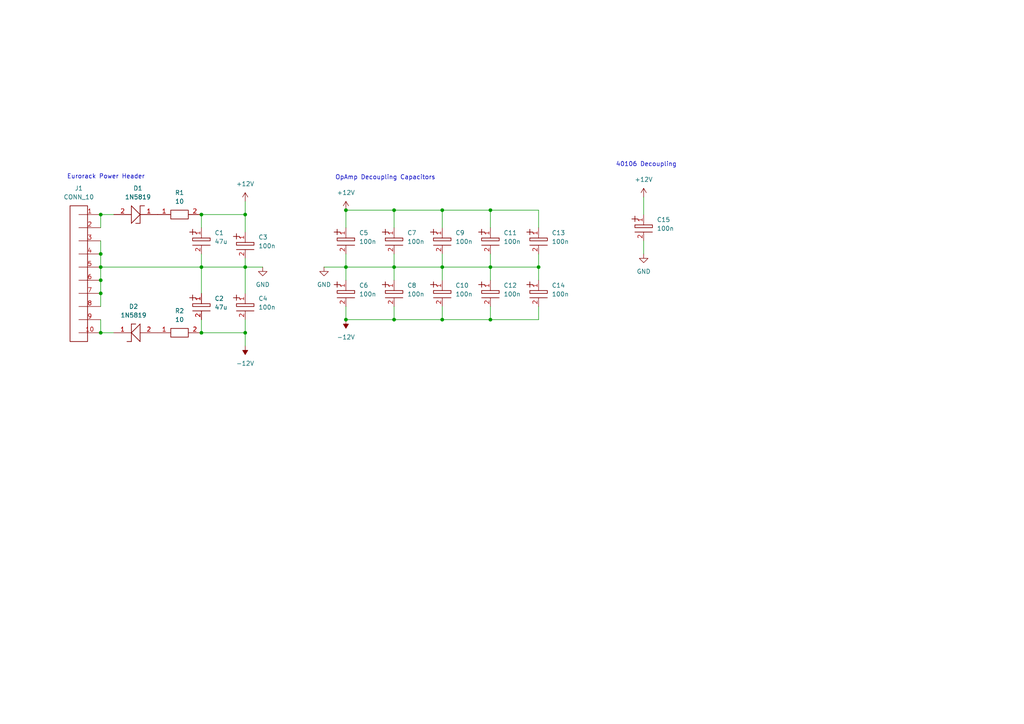
<source format=kicad_sch>
(kicad_sch (version 20250114) (generator "eeschema") (generator_version "9.0")
  (paper "A4")
  (lib_symbols
    (symbol "V_Connector:CONN_10"
      (property "Reference" "J" (at -4.445 24.765 0))
      (property "Value" "CONN_10" (at -4.445 22.225 0))
      (symbol "CONN_10_0_0"
        (rectangle (start -1.27 20.32) (end 3.81 -19.05) (stroke (width 0.2032)))
      )
      (symbol "CONN_10_1_0"
        (pin unspecified line (at -5.08 17.78 0) (length 6.35) (name "~") (number "1"))
        (pin unspecified line (at -5.08 13.97 0) (length 6.35) (name "~") (number "2"))
        (pin unspecified line (at -5.08 10.16 0) (length 6.35) (name "~") (number "3"))
        (pin unspecified line (at -5.08 6.35 0) (length 6.35) (name "~") (number "4"))
        (pin unspecified line (at -5.08 2.54 0) (length 6.35) (name "~") (number "5"))
        (pin unspecified line (at -5.08 -1.27 0) (length 6.35) (name "~") (number "6"))
        (pin unspecified line (at -5.08 -5.08 0) (length 6.35) (name "~") (number "7"))
        (pin unspecified line (at -5.08 -8.89 0) (length 6.35) (name "~") (number "8"))
        (pin unspecified line (at -5.08 -12.7 0) (length 6.35) (name "~") (number "9"))
        (pin unspecified line (at -5.08 -16.51 0) (length 6.35) (name "~") (number "10"))
      )
    )
    (symbol "V_Diode:ZENER"
      (property "Reference" "D" (at -2.54 11.43 0))
      (property "Value" "ZENER" (at -2.54 8.89 0))
      (symbol "ZENER_0_0"
        (polyline (pts (xy -2.54 1.27) (xy -2.54 2.54)) (stroke (width 0.2032)))
        (polyline (pts (xy -2.54 1.27) (xy 2.54 1.27)) (stroke (width 0.2032)))
        (polyline (pts (xy -2.54 -1.27) (xy 2.54 -1.27)) (stroke (width 0.2032)))
        (polyline (pts (xy 0 1.27) (xy -2.54 -1.27)) (stroke (width 0.2032)))
        (polyline (pts (xy 2.54 1.27) (xy 2.54 0)) (stroke (width 0.2032)))
        (polyline (pts (xy 2.54 -1.27) (xy 0 1.27)) (stroke (width 0.2032)))
      )
      (symbol "ZENER_1_0"
        (pin unspecified line (at 0 6.35 270) (length 5.08) (name "~") (number "1"))
        (pin unspecified line (at 0 -6.35 90) (length 5.08) (name "~") (number "2"))
      )
    )
    (symbol "V_Passive:C-ELECTRO_RA1_2"
      (property "Reference" "C" (at -3.175 8.89 0))
      (property "Value" "C-ELECTRO_RA1_2" (at -3.175 6.35 0))
      (symbol "C-ELECTRO_RA1_2_0_0"
        (polyline (pts (xy -3.81 1.27) (xy 1.27 1.27)) (stroke (width 0.2032)))
        (polyline (pts (xy 1.27 -0.8128) (xy -3.81 -0.8128) (xy -3.81 0) (xy 1.27 0) (xy 1.27 -0.8128)) (stroke (width 0.2032)))
        (polyline (pts (xy 1.27 -1.778) (xy 1.27 -3.3528)) (stroke (width 0.2032)))
        (polyline (pts (xy 2.159 -2.54) (xy 0.3302 -2.54)) (stroke (width 0.2032)))
      )
      (symbol "C-ELECTRO_RA1_2_1_0"
        (pin unspecified line (at -1.27 3.81 270) (length 2.54) (name "~") (number "2"))
        (pin unspecified line (at -1.27 -3.81 90) (length 3.048) (name "~") (number "1"))
      )
    )
    (symbol "V_Passive:C-ELECTRO_RA1_3"
      (property "Reference" "C" (at -3.175 8.89 0))
      (property "Value" "C-ELECTRO_RA1_3" (at -3.175 6.35 0))
      (symbol "C-ELECTRO_RA1_3_0_0"
        (polyline (pts (xy -3.81 1.27) (xy 1.27 1.27)) (stroke (width 0.2032)))
        (polyline (pts (xy 1.27 -0.8128) (xy -3.81 -0.8128) (xy -3.81 0) (xy 1.27 0) (xy 1.27 -0.8128)) (stroke (width 0.2032)))
        (polyline (pts (xy 1.27 -1.778) (xy 1.27 -3.3528)) (stroke (width 0.2032)))
        (polyline (pts (xy 2.159 -2.54) (xy 0.3302 -2.54)) (stroke (width 0.2032)))
      )
      (symbol "C-ELECTRO_RA1_3_1_0"
        (pin unspecified line (at -1.27 3.81 270) (length 2.54) (name "~") (number "2"))
        (pin unspecified line (at -1.27 -3.81 90) (length 3.048) (name "~") (number "1"))
      )
    )
    (symbol "V_Passive:R"
      (property "Reference" "R" (at -1.27 11.43 0))
      (property "Value" "R" (at -1.27 8.89 0))
      (symbol "R_0_0"
        (rectangle (start -1.27 2.54) (end 1.27 -2.54) (stroke (width 0.2032)))
      )
      (symbol "R_1_0"
        (pin unspecified line (at 0 6.35 270) (length 3.81) (name "~") (number "1"))
        (pin unspecified line (at 0 -6.35 90) (length 3.81) (name "~") (number "2"))
      )
    )
    (symbol "power:+15V" (power) (pin_numbers (hide yes)) (pin_names (offset 0) (hide yes))
      (property "Value" "+15V" (at 0 3.556 0))
      (symbol "+15V_0_1"
        (polyline (pts (xy -0.762 1.27) (xy 0 2.54)))
        (polyline (pts (xy 0 2.54) (xy 0.762 1.27)))
        (polyline (pts (xy 0 0) (xy 0 2.54)))
      )
      (symbol "+15V_1_1"
        (pin power_in line (at 0 0 90) (length 0) (name "~") (number "1"))
      )
    )
    (symbol "power:-15V" (power) (pin_numbers (hide yes)) (pin_names (offset 0) (hide yes))
      (property "Value" "-15V" (at 0 3.556 0))
      (symbol "-15V_0_0"
        (pin power_in line (at 0 0 90) (length 0) (name "~") (number "1"))
      )
      (symbol "-15V_0_1"
        (polyline (pts (xy 0 0) (xy 0 1.27) (xy 0.762 1.27) (xy 0 2.54) (xy -0.762 1.27) (xy 0 1.27)) (fill (type outline)))
      )
    )
    (symbol "power:GND" (power) (pin_numbers (hide yes)) (pin_names (offset 0) (hide yes))
      (property "Value" "GND" (at 0 -3.81 0))
      (symbol "GND_0_1"
        (polyline (pts (xy 0 0) (xy 0 -1.27) (xy 1.27 -1.27) (xy 0 -2.54) (xy -1.27 -1.27) (xy 0 -1.27)))
      )
      (symbol "GND_1_1"
        (pin power_in line (at 0 0 270) (length 0) (name "~") (number "1"))
      )
    )
  )
  (text "OpAmp Decoupling Capacitors\n" (at 111.76 51.562 0) (effects (font (size 1.27 1.27))))
  (text "40106 Decoupling" (at 187.452 47.752 0) (effects (font (size 1.27 1.27))))
  (text "Eurorack Power Header" (at 30.734 51.308 0) (effects (font (size 1.27 1.27))))
  (junction (at 58.42 62.23))
  (junction (at 29.21 85.09))
  (junction (at 58.42 96.52))
  (junction (at 29.21 73.66))
  (junction (at 128.27 92.71))
  (junction (at 71.12 62.23))
  (junction (at 100.33 92.71))
  (junction (at 142.24 60.96))
  (junction (at 142.24 77.47))
  (junction (at 29.21 96.52))
  (junction (at 71.12 96.52))
  (junction (at 114.3 77.47))
  (junction (at 128.27 77.47))
  (junction (at 29.21 62.23))
  (junction (at 100.33 60.96))
  (junction (at 114.3 92.71))
  (junction (at 128.27 60.96))
  (junction (at 58.42 77.47))
  (junction (at 71.12 77.47))
  (junction (at 142.24 92.71))
  (junction (at 114.3 60.96))
  (junction (at 100.33 77.47))
  (junction (at 156.21 77.47))
  (junction (at 29.21 77.47))
  (junction (at 29.21 81.28))
  (wire (pts (xy 142.24 92.71) (xy 156.21 92.71)))
  (wire (pts (xy 71.12 96.52) (xy 71.12 100.33)))
  (wire (pts (xy 71.12 62.23) (xy 71.12 67.31)))
  (wire (pts (xy 58.42 73.66) (xy 58.42 77.47)))
  (wire (pts (xy 142.24 88.9) (xy 142.24 92.71)))
  (wire (pts (xy 156.21 77.47) (xy 156.21 81.28)))
  (wire (pts (xy 29.21 77.47) (xy 29.21 81.28)))
  (wire (pts (xy 29.21 69.85) (xy 29.21 73.66)))
  (wire (pts (xy 156.21 60.96) (xy 142.24 60.96)))
  (wire (pts (xy 100.33 77.47) (xy 100.33 81.28)))
  (wire (pts (xy 128.27 73.66) (xy 128.27 77.47)))
  (wire (pts (xy 114.3 88.9) (xy 114.3 92.71)))
  (wire (pts (xy 100.33 73.66) (xy 100.33 77.47)))
  (wire (pts (xy 128.27 77.47) (xy 128.27 81.28)))
  (wire (pts (xy 71.12 96.52) (xy 71.12 92.71)))
  (wire (pts (xy 114.3 92.71) (xy 100.33 92.71)))
  (wire (pts (xy 128.27 77.47) (xy 142.24 77.47)))
  (wire (pts (xy 100.33 77.47) (xy 114.3 77.47)))
  (wire (pts (xy 142.24 60.96) (xy 142.24 66.04)))
  (wire (pts (xy 29.21 73.66) (xy 29.21 77.47)))
  (wire (pts (xy 71.12 58.42) (xy 71.12 62.23)))
  (wire (pts (xy 29.21 85.09) (xy 29.21 88.9)))
  (wire (pts (xy 128.27 60.96) (xy 128.27 66.04)))
  (wire (pts (xy 58.42 62.23) (xy 71.12 62.23)))
  (wire (pts (xy 58.42 92.71) (xy 58.42 96.52)))
  (wire (pts (xy 100.33 60.96) (xy 114.3 60.96)))
  (wire (pts (xy 156.21 73.66) (xy 156.21 77.47)))
  (wire (pts (xy 114.3 77.47) (xy 128.27 77.47)))
  (wire (pts (xy 142.24 77.47) (xy 142.24 81.28)))
  (wire (pts (xy 71.12 77.47) (xy 71.12 74.93)))
  (wire (pts (xy 186.69 69.85) (xy 186.69 73.66)))
  (wire (pts (xy 100.33 88.9) (xy 100.33 92.71)))
  (wire (pts (xy 128.27 88.9) (xy 128.27 92.71)))
  (wire (pts (xy 100.33 60.96) (xy 100.33 66.04)))
  (wire (pts (xy 186.69 57.15) (xy 186.69 62.23)))
  (wire (pts (xy 128.27 92.71) (xy 142.24 92.71)))
  (wire (pts (xy 71.12 77.47) (xy 76.2 77.47)))
  (wire (pts (xy 114.3 60.96) (xy 114.3 66.04)))
  (wire (pts (xy 29.21 62.23) (xy 29.21 66.04)))
  (wire (pts (xy 29.21 96.52) (xy 33.02 96.52)))
  (wire (pts (xy 58.42 77.47) (xy 58.42 85.09)))
  (wire (pts (xy 93.98 77.47) (xy 100.33 77.47)))
  (wire (pts (xy 114.3 92.71) (xy 128.27 92.71)))
  (wire (pts (xy 29.21 62.23) (xy 33.02 62.23)))
  (wire (pts (xy 142.24 73.66) (xy 142.24 77.47)))
  (wire (pts (xy 114.3 73.66) (xy 114.3 77.47)))
  (wire (pts (xy 58.42 96.52) (xy 71.12 96.52)))
  (wire (pts (xy 156.21 66.04) (xy 156.21 60.96)))
  (wire (pts (xy 58.42 77.47) (xy 71.12 77.47)))
  (wire (pts (xy 142.24 77.47) (xy 156.21 77.47)))
  (wire (pts (xy 29.21 77.47) (xy 58.42 77.47)))
  (wire (pts (xy 156.21 88.9) (xy 156.21 92.71)))
  (wire (pts (xy 29.21 81.28) (xy 29.21 85.09)))
  (wire (pts (xy 114.3 77.47) (xy 114.3 81.28)))
  (wire (pts (xy 29.21 92.71) (xy 29.21 96.52)))
  (wire (pts (xy 114.3 60.96) (xy 128.27 60.96)))
  (wire (pts (xy 58.42 62.23) (xy 58.42 66.04)))
  (wire (pts (xy 71.12 77.47) (xy 71.12 85.09)))
  (wire (pts (xy 128.27 60.96) (xy 142.24 60.96)))
  (symbol (lib_id "power:+15V") (at 186.69 57.15 0) (unit 1)
    (property "Reference" "#PWR019" (effects (hide yes)))
    (property "Value" "+12V" (at 186.69 52.07 0))
    (property "Description" "Power symbol creates a global label with name \"+15V\"" (effects (hide yes)))
  )
  (symbol (lib_id "power:GND") (at 93.98 77.47 0) (unit 1)
    (property "Reference" "#PWR06" (effects (hide yes)))
    (property "Value" "GND" (at 93.98 82.55 0))
    (property "Description" "Power symbol creates a global label with name \"GND\" , ground" (effects (hide yes)))
  )
  (symbol (lib_id "V_Passive:C-ELECTRO_RA1_2") (at 140.97 85.09 180) (unit 1)
    (property "Reference" "C12" (at 146.05 82.7785 0) (effects (justify right)))
    (property "Value" "100n" (at 146.05 85.3185 0) (effects (justify right)))
    (property "Footprint" "RA1_2" (effects (hide yes)))
  )
  (symbol (lib_id "V_Passive:C-ELECTRO_RA1_2") (at 154.94 85.09 180) (unit 1)
    (property "Reference" "C14" (at 160.02 82.7785 0) (effects (justify right)))
    (property "Value" "100n" (at 160.02 85.3185 0) (effects (justify right)))
    (property "Footprint" "RA1_2" (effects (hide yes)))
  )
  (symbol (lib_id "power:GND") (at 186.69 73.66 0) (unit 1)
    (property "Reference" "#PWR020" (effects (hide yes)))
    (property "Value" "GND" (at 186.69 78.74 0))
    (property "Description" "Power symbol creates a global label with name \"GND\" , ground" (effects (hide yes)))
  )
  (symbol (lib_id "V_Passive:C-ELECTRO_RA1_2") (at 69.85 71.12 180) (unit 1)
    (property "Reference" "C3" (at 74.93 68.8085 0) (effects (justify right)))
    (property "Value" "100n" (at 74.93 71.3485 0) (effects (justify right)))
    (property "Footprint" "RA1_2" (effects (hide yes)))
  )
  (symbol (lib_id "power:+15V") (at 71.12 58.42 0) (unit 1)
    (property "Reference" "#PWR01" (effects (hide yes)))
    (property "Value" "+12V" (at 71.12 53.34 0))
    (property "Description" "Power symbol creates a global label with name \"+15V\"" (effects (hide yes)))
  )
  (symbol (lib_id "V_Passive:C-ELECTRO_RA1_2") (at 99.06 69.85 180) (unit 1)
    (property "Reference" "C5" (at 104.14 67.5385 0) (effects (justify right)))
    (property "Value" "100n" (at 104.14 70.0785 0) (effects (justify right)))
    (property "Footprint" "RA1_2" (effects (hide yes)))
  )
  (symbol (lib_id "V_Passive:C-ELECTRO_RA1_2") (at 154.94 69.85 180) (unit 1)
    (property "Reference" "C13" (at 160.02 67.5385 0) (effects (justify right)))
    (property "Value" "100n" (at 160.02 70.0785 0) (effects (justify right)))
    (property "Footprint" "RA1_2" (effects (hide yes)))
  )
  (symbol (lib_id "V_Passive:R") (at 52.07 62.23 90) (unit 1)
    (property "Reference" "R1" (at 52.07 55.88 90))
    (property "Value" "10" (at 52.07 58.42 90))
    (property "Footprint" "AX3_1" (effects (hide yes)))
  )
  (symbol (lib_id "power:-15V") (at 71.12 100.33 180) (unit 1)
    (property "Reference" "#PWR03" (effects (hide yes)))
    (property "Value" "-12V" (at 71.12 105.41 0))
    (property "Description" "Power symbol creates a global label with name \"-15V\"" (effects (hide yes)))
  )
  (symbol (lib_id "V_Diode:ZENER") (at 39.37 62.23 270) (unit 1)
    (property "Reference" "D1" (at 40.005 54.61 90))
    (property "Value" "1N5819" (at 40.005 57.15 90))
    (property "Footprint" "AX3_1" (effects (hide yes)))
  )
  (symbol (lib_id "V_Passive:C-ELECTRO_RA1_2") (at 69.85 88.9 180) (unit 1)
    (property "Reference" "C4" (at 74.93 86.5885 0) (effects (justify right)))
    (property "Value" "100n" (at 74.93 89.1285 0) (effects (justify right)))
    (property "Footprint" "RA1_2" (effects (hide yes)))
  )
  (symbol (lib_id "power:+15V") (at 100.33 60.96 0) (unit 1)
    (property "Reference" "#PWR04" (effects (hide yes)))
    (property "Value" "+12V" (at 100.33 55.88 0))
    (property "Description" "Power symbol creates a global label with name \"+15V\"" (effects (hide yes)))
  )
  (symbol (lib_id "V_Passive:C-ELECTRO_RA1_3") (at 57.15 69.85 180) (unit 1)
    (property "Reference" "C1" (at 62.23 67.5385 0) (effects (justify right)))
    (property "Value" "47u" (at 62.23 70.0785 0) (effects (justify right)))
    (property "Footprint" "RA1_3" (effects (hide yes)))
  )
  (symbol (lib_id "V_Passive:C-ELECTRO_RA1_2") (at 99.06 85.09 180) (unit 1)
    (property "Reference" "C6" (at 104.14 82.7785 0) (effects (justify right)))
    (property "Value" "100n" (at 104.14 85.3185 0) (effects (justify right)))
    (property "Footprint" "RA1_2" (effects (hide yes)))
  )
  (symbol (lib_id "V_Passive:C-ELECTRO_RA1_2") (at 185.42 66.04 180) (unit 1)
    (property "Reference" "C15" (at 190.5 63.7285 0) (effects (justify right)))
    (property "Value" "100n" (at 190.5 66.2685 0) (effects (justify right)))
    (property "Footprint" "RA1_2" (effects (hide yes)))
  )
  (symbol (lib_id "V_Passive:C-ELECTRO_RA1_2") (at 113.03 69.85 180) (unit 1)
    (property "Reference" "C7" (at 118.11 67.5385 0) (effects (justify right)))
    (property "Value" "100n" (at 118.11 70.0785 0) (effects (justify right)))
    (property "Footprint" "RA1_2" (effects (hide yes)))
  )
  (symbol (lib_id "power:GND") (at 76.2 77.47 0) (unit 1)
    (property "Reference" "#PWR02" (effects (hide yes)))
    (property "Value" "GND" (at 76.2 82.55 0))
    (property "Description" "Power symbol creates a global label with name \"GND\" , ground" (effects (hide yes)))
  )
  (symbol (lib_id "V_Passive:C-ELECTRO_RA1_3") (at 57.15 88.9 180) (unit 1)
    (property "Reference" "C2" (at 62.23 86.5885 0) (effects (justify right)))
    (property "Value" "47u" (at 62.23 89.1285 0) (effects (justify right)))
    (property "Footprint" "RA1_3" (effects (hide yes)))
  )
  (symbol (lib_id "V_Passive:R") (at 52.07 96.52 90) (unit 1)
    (property "Reference" "R2" (at 52.07 90.17 90))
    (property "Value" "10" (at 52.07 92.71 90))
    (property "Footprint" "AX3_1" (effects (hide yes)))
  )
  (symbol (lib_id "V_Passive:C-ELECTRO_RA1_2") (at 140.97 69.85 180) (unit 1)
    (property "Reference" "C11" (at 146.05 67.5385 0) (effects (justify right)))
    (property "Value" "100n" (at 146.05 70.0785 0) (effects (justify right)))
    (property "Footprint" "RA1_2" (effects (hide yes)))
  )
  (symbol (lib_id "V_Passive:C-ELECTRO_RA1_2") (at 113.03 85.09 180) (unit 1)
    (property "Reference" "C8" (at 118.11 82.7785 0) (effects (justify right)))
    (property "Value" "100n" (at 118.11 85.3185 0) (effects (justify right)))
    (property "Footprint" "RA1_2" (effects (hide yes)))
  )
  (symbol (lib_id "V_Passive:C-ELECTRO_RA1_2") (at 127 69.85 180) (unit 1)
    (property "Reference" "C9" (at 132.08 67.5385 0) (effects (justify right)))
    (property "Value" "100n" (at 132.08 70.0785 0) (effects (justify right)))
    (property "Footprint" "RA1_2" (effects (hide yes)))
  )
  (symbol (lib_id "V_Diode:ZENER") (at 39.37 96.52 90) (unit 1)
    (property "Reference" "D2" (at 38.735 88.9 90))
    (property "Value" "1N5819" (at 38.735 91.44 90))
    (property "Footprint" "AX3_1" (effects (hide yes)))
  )
  (symbol (lib_id "V_Passive:C-ELECTRO_RA1_2") (at 127 85.09 180) (unit 1)
    (property "Reference" "C10" (at 132.08 82.7785 0) (effects (justify right)))
    (property "Value" "100n" (at 132.08 85.3185 0) (effects (justify right)))
    (property "Footprint" "RA1_2" (effects (hide yes)))
  )
  (symbol (lib_id "power:-15V") (at 100.33 92.71 180) (unit 1)
    (property "Reference" "#PWR05" (effects (hide yes)))
    (property "Value" "-12V" (at 100.33 97.79 0))
    (property "Description" "Power symbol creates a global label with name \"-15V\"" (effects (hide yes)))
  )
  (symbol (lib_id "V_Connector:CONN_10") (at 24.13 80.01 0) (mirror y) (unit 1)
    (property "Reference" "J1" (at 22.86 54.61 0))
    (property "Value" "CONN_10" (at 22.86 57.15 0))
    (property "Footprint" "HEAD5_2" (effects (hide yes)))
  )
)
</source>
